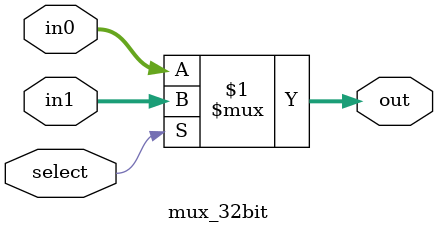
<source format=v>
module mux_32bit(in0, in1, select, out);
input [31:0] in0, in1;
input select;
output [31:0] out;

assign out = select ? in1 : in0;

endmodule
</source>
